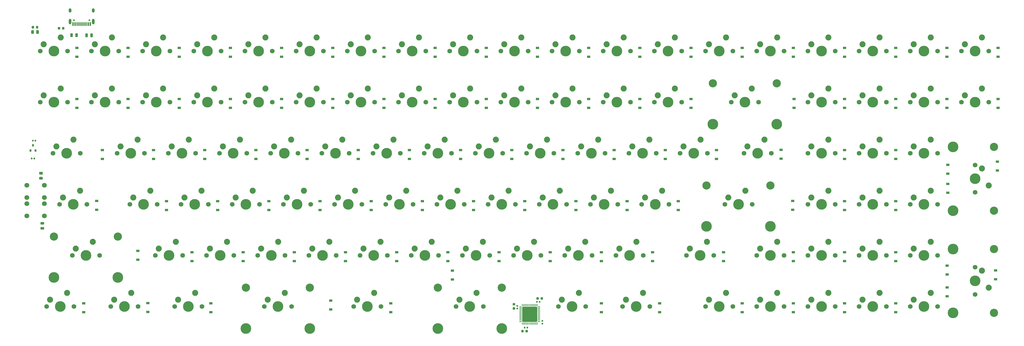
<source format=gbs>
G04 #@! TF.GenerationSoftware,KiCad,Pcbnew,(5.1.6)-1*
G04 #@! TF.CreationDate,2020-08-12T13:21:16-07:00*
G04 #@! TF.ProjectId,v1PCB,76315043-422e-46b6-9963-61645f706362,rev?*
G04 #@! TF.SameCoordinates,Original*
G04 #@! TF.FileFunction,Soldermask,Bot*
G04 #@! TF.FilePolarity,Negative*
%FSLAX46Y46*%
G04 Gerber Fmt 4.6, Leading zero omitted, Abs format (unit mm)*
G04 Created by KiCad (PCBNEW (5.1.6)-1) date 2020-08-12 13:21:16*
%MOMM*%
%LPD*%
G01*
G04 APERTURE LIST*
%ADD10C,2.250000*%
%ADD11C,3.987800*%
%ADD12C,1.750000*%
%ADD13C,3.048000*%
%ADD14R,0.600000X1.450000*%
%ADD15R,0.300000X1.450000*%
%ADD16C,0.650000*%
%ADD17O,1.000000X2.100000*%
%ADD18O,1.000000X1.600000*%
%ADD19C,1.800000*%
%ADD20R,1.200000X0.900000*%
%ADD21R,0.800000X0.900000*%
G04 APERTURE END LIST*
D10*
X281146250Y-206502000D03*
D11*
X278606250Y-211582000D03*
D10*
X274796250Y-209042000D03*
D12*
X273526250Y-211582000D03*
X283686250Y-211582000D03*
D13*
X266700000Y-204597000D03*
X290512500Y-204597000D03*
D11*
X266700000Y-219837000D03*
X290512500Y-219837000D03*
G36*
G01*
X299358800Y-221033050D02*
X299358800Y-220520550D01*
G75*
G02*
X299577550Y-220301800I218750J0D01*
G01*
X300015050Y-220301800D01*
G75*
G02*
X300233800Y-220520550I0J-218750D01*
G01*
X300233800Y-221033050D01*
G75*
G02*
X300015050Y-221251800I-218750J0D01*
G01*
X299577550Y-221251800D01*
G75*
G02*
X299358800Y-221033050I0J218750D01*
G01*
G37*
G36*
G01*
X297783800Y-221033050D02*
X297783800Y-220520550D01*
G75*
G02*
X298002550Y-220301800I218750J0D01*
G01*
X298440050Y-220301800D01*
G75*
G02*
X298658800Y-220520550I0J-218750D01*
G01*
X298658800Y-221033050D01*
G75*
G02*
X298440050Y-221251800I-218750J0D01*
G01*
X298002550Y-221251800D01*
G75*
G02*
X297783800Y-221033050I0J218750D01*
G01*
G37*
G36*
G01*
X303898800Y-209682300D02*
X303898800Y-210027300D01*
G75*
G02*
X303751300Y-210174800I-147500J0D01*
G01*
X303456300Y-210174800D01*
G75*
G02*
X303308800Y-210027300I0J147500D01*
G01*
X303308800Y-209682300D01*
G75*
G02*
X303456300Y-209534800I147500J0D01*
G01*
X303751300Y-209534800D01*
G75*
G02*
X303898800Y-209682300I0J-147500D01*
G01*
G37*
G36*
G01*
X304868800Y-209682300D02*
X304868800Y-210027300D01*
G75*
G02*
X304721300Y-210174800I-147500J0D01*
G01*
X304426300Y-210174800D01*
G75*
G02*
X304278800Y-210027300I0J147500D01*
G01*
X304278800Y-209682300D01*
G75*
G02*
X304426300Y-209534800I147500J0D01*
G01*
X304721300Y-209534800D01*
G75*
G02*
X304868800Y-209682300I0J-147500D01*
G01*
G37*
G36*
G01*
X305785300Y-217284800D02*
X305440300Y-217284800D01*
G75*
G02*
X305292800Y-217137300I0J147500D01*
G01*
X305292800Y-216842300D01*
G75*
G02*
X305440300Y-216694800I147500J0D01*
G01*
X305785300Y-216694800D01*
G75*
G02*
X305932800Y-216842300I0J-147500D01*
G01*
X305932800Y-217137300D01*
G75*
G02*
X305785300Y-217284800I-147500J0D01*
G01*
G37*
G36*
G01*
X305785300Y-218254800D02*
X305440300Y-218254800D01*
G75*
G02*
X305292800Y-218107300I0J147500D01*
G01*
X305292800Y-217812300D01*
G75*
G02*
X305440300Y-217664800I147500J0D01*
G01*
X305785300Y-217664800D01*
G75*
G02*
X305932800Y-217812300I0J-147500D01*
G01*
X305932800Y-218107300D01*
G75*
G02*
X305785300Y-218254800I-147500J0D01*
G01*
G37*
G36*
G01*
X304739000Y-217378000D02*
X303989000Y-217378000D01*
G75*
G02*
X303926500Y-217315500I0J62500D01*
G01*
X303926500Y-217190500D01*
G75*
G02*
X303989000Y-217128000I62500J0D01*
G01*
X304739000Y-217128000D01*
G75*
G02*
X304801500Y-217190500I0J-62500D01*
G01*
X304801500Y-217315500D01*
G75*
G02*
X304739000Y-217378000I-62500J0D01*
G01*
G37*
G36*
G01*
X304739000Y-216878000D02*
X303989000Y-216878000D01*
G75*
G02*
X303926500Y-216815500I0J62500D01*
G01*
X303926500Y-216690500D01*
G75*
G02*
X303989000Y-216628000I62500J0D01*
G01*
X304739000Y-216628000D01*
G75*
G02*
X304801500Y-216690500I0J-62500D01*
G01*
X304801500Y-216815500D01*
G75*
G02*
X304739000Y-216878000I-62500J0D01*
G01*
G37*
G36*
G01*
X304739000Y-216378000D02*
X303989000Y-216378000D01*
G75*
G02*
X303926500Y-216315500I0J62500D01*
G01*
X303926500Y-216190500D01*
G75*
G02*
X303989000Y-216128000I62500J0D01*
G01*
X304739000Y-216128000D01*
G75*
G02*
X304801500Y-216190500I0J-62500D01*
G01*
X304801500Y-216315500D01*
G75*
G02*
X304739000Y-216378000I-62500J0D01*
G01*
G37*
G36*
G01*
X304739000Y-215878000D02*
X303989000Y-215878000D01*
G75*
G02*
X303926500Y-215815500I0J62500D01*
G01*
X303926500Y-215690500D01*
G75*
G02*
X303989000Y-215628000I62500J0D01*
G01*
X304739000Y-215628000D01*
G75*
G02*
X304801500Y-215690500I0J-62500D01*
G01*
X304801500Y-215815500D01*
G75*
G02*
X304739000Y-215878000I-62500J0D01*
G01*
G37*
G36*
G01*
X304739000Y-215378000D02*
X303989000Y-215378000D01*
G75*
G02*
X303926500Y-215315500I0J62500D01*
G01*
X303926500Y-215190500D01*
G75*
G02*
X303989000Y-215128000I62500J0D01*
G01*
X304739000Y-215128000D01*
G75*
G02*
X304801500Y-215190500I0J-62500D01*
G01*
X304801500Y-215315500D01*
G75*
G02*
X304739000Y-215378000I-62500J0D01*
G01*
G37*
G36*
G01*
X304739000Y-214878000D02*
X303989000Y-214878000D01*
G75*
G02*
X303926500Y-214815500I0J62500D01*
G01*
X303926500Y-214690500D01*
G75*
G02*
X303989000Y-214628000I62500J0D01*
G01*
X304739000Y-214628000D01*
G75*
G02*
X304801500Y-214690500I0J-62500D01*
G01*
X304801500Y-214815500D01*
G75*
G02*
X304739000Y-214878000I-62500J0D01*
G01*
G37*
G36*
G01*
X304739000Y-214378000D02*
X303989000Y-214378000D01*
G75*
G02*
X303926500Y-214315500I0J62500D01*
G01*
X303926500Y-214190500D01*
G75*
G02*
X303989000Y-214128000I62500J0D01*
G01*
X304739000Y-214128000D01*
G75*
G02*
X304801500Y-214190500I0J-62500D01*
G01*
X304801500Y-214315500D01*
G75*
G02*
X304739000Y-214378000I-62500J0D01*
G01*
G37*
G36*
G01*
X304739000Y-213878000D02*
X303989000Y-213878000D01*
G75*
G02*
X303926500Y-213815500I0J62500D01*
G01*
X303926500Y-213690500D01*
G75*
G02*
X303989000Y-213628000I62500J0D01*
G01*
X304739000Y-213628000D01*
G75*
G02*
X304801500Y-213690500I0J-62500D01*
G01*
X304801500Y-213815500D01*
G75*
G02*
X304739000Y-213878000I-62500J0D01*
G01*
G37*
G36*
G01*
X304739000Y-213378000D02*
X303989000Y-213378000D01*
G75*
G02*
X303926500Y-213315500I0J62500D01*
G01*
X303926500Y-213190500D01*
G75*
G02*
X303989000Y-213128000I62500J0D01*
G01*
X304739000Y-213128000D01*
G75*
G02*
X304801500Y-213190500I0J-62500D01*
G01*
X304801500Y-213315500D01*
G75*
G02*
X304739000Y-213378000I-62500J0D01*
G01*
G37*
G36*
G01*
X304739000Y-212878000D02*
X303989000Y-212878000D01*
G75*
G02*
X303926500Y-212815500I0J62500D01*
G01*
X303926500Y-212690500D01*
G75*
G02*
X303989000Y-212628000I62500J0D01*
G01*
X304739000Y-212628000D01*
G75*
G02*
X304801500Y-212690500I0J-62500D01*
G01*
X304801500Y-212815500D01*
G75*
G02*
X304739000Y-212878000I-62500J0D01*
G01*
G37*
G36*
G01*
X304739000Y-212378000D02*
X303989000Y-212378000D01*
G75*
G02*
X303926500Y-212315500I0J62500D01*
G01*
X303926500Y-212190500D01*
G75*
G02*
X303989000Y-212128000I62500J0D01*
G01*
X304739000Y-212128000D01*
G75*
G02*
X304801500Y-212190500I0J-62500D01*
G01*
X304801500Y-212315500D01*
G75*
G02*
X304739000Y-212378000I-62500J0D01*
G01*
G37*
G36*
G01*
X304739000Y-211878000D02*
X303989000Y-211878000D01*
G75*
G02*
X303926500Y-211815500I0J62500D01*
G01*
X303926500Y-211690500D01*
G75*
G02*
X303989000Y-211628000I62500J0D01*
G01*
X304739000Y-211628000D01*
G75*
G02*
X304801500Y-211690500I0J-62500D01*
G01*
X304801500Y-211815500D01*
G75*
G02*
X304739000Y-211878000I-62500J0D01*
G01*
G37*
G36*
G01*
X303739000Y-211503000D02*
X303614000Y-211503000D01*
G75*
G02*
X303551500Y-211440500I0J62500D01*
G01*
X303551500Y-210690500D01*
G75*
G02*
X303614000Y-210628000I62500J0D01*
G01*
X303739000Y-210628000D01*
G75*
G02*
X303801500Y-210690500I0J-62500D01*
G01*
X303801500Y-211440500D01*
G75*
G02*
X303739000Y-211503000I-62500J0D01*
G01*
G37*
G36*
G01*
X303239000Y-211503000D02*
X303114000Y-211503000D01*
G75*
G02*
X303051500Y-211440500I0J62500D01*
G01*
X303051500Y-210690500D01*
G75*
G02*
X303114000Y-210628000I62500J0D01*
G01*
X303239000Y-210628000D01*
G75*
G02*
X303301500Y-210690500I0J-62500D01*
G01*
X303301500Y-211440500D01*
G75*
G02*
X303239000Y-211503000I-62500J0D01*
G01*
G37*
G36*
G01*
X302739000Y-211503000D02*
X302614000Y-211503000D01*
G75*
G02*
X302551500Y-211440500I0J62500D01*
G01*
X302551500Y-210690500D01*
G75*
G02*
X302614000Y-210628000I62500J0D01*
G01*
X302739000Y-210628000D01*
G75*
G02*
X302801500Y-210690500I0J-62500D01*
G01*
X302801500Y-211440500D01*
G75*
G02*
X302739000Y-211503000I-62500J0D01*
G01*
G37*
G36*
G01*
X302239000Y-211503000D02*
X302114000Y-211503000D01*
G75*
G02*
X302051500Y-211440500I0J62500D01*
G01*
X302051500Y-210690500D01*
G75*
G02*
X302114000Y-210628000I62500J0D01*
G01*
X302239000Y-210628000D01*
G75*
G02*
X302301500Y-210690500I0J-62500D01*
G01*
X302301500Y-211440500D01*
G75*
G02*
X302239000Y-211503000I-62500J0D01*
G01*
G37*
G36*
G01*
X301739000Y-211503000D02*
X301614000Y-211503000D01*
G75*
G02*
X301551500Y-211440500I0J62500D01*
G01*
X301551500Y-210690500D01*
G75*
G02*
X301614000Y-210628000I62500J0D01*
G01*
X301739000Y-210628000D01*
G75*
G02*
X301801500Y-210690500I0J-62500D01*
G01*
X301801500Y-211440500D01*
G75*
G02*
X301739000Y-211503000I-62500J0D01*
G01*
G37*
G36*
G01*
X301239000Y-211503000D02*
X301114000Y-211503000D01*
G75*
G02*
X301051500Y-211440500I0J62500D01*
G01*
X301051500Y-210690500D01*
G75*
G02*
X301114000Y-210628000I62500J0D01*
G01*
X301239000Y-210628000D01*
G75*
G02*
X301301500Y-210690500I0J-62500D01*
G01*
X301301500Y-211440500D01*
G75*
G02*
X301239000Y-211503000I-62500J0D01*
G01*
G37*
G36*
G01*
X300739000Y-211503000D02*
X300614000Y-211503000D01*
G75*
G02*
X300551500Y-211440500I0J62500D01*
G01*
X300551500Y-210690500D01*
G75*
G02*
X300614000Y-210628000I62500J0D01*
G01*
X300739000Y-210628000D01*
G75*
G02*
X300801500Y-210690500I0J-62500D01*
G01*
X300801500Y-211440500D01*
G75*
G02*
X300739000Y-211503000I-62500J0D01*
G01*
G37*
G36*
G01*
X300239000Y-211503000D02*
X300114000Y-211503000D01*
G75*
G02*
X300051500Y-211440500I0J62500D01*
G01*
X300051500Y-210690500D01*
G75*
G02*
X300114000Y-210628000I62500J0D01*
G01*
X300239000Y-210628000D01*
G75*
G02*
X300301500Y-210690500I0J-62500D01*
G01*
X300301500Y-211440500D01*
G75*
G02*
X300239000Y-211503000I-62500J0D01*
G01*
G37*
G36*
G01*
X299739000Y-211503000D02*
X299614000Y-211503000D01*
G75*
G02*
X299551500Y-211440500I0J62500D01*
G01*
X299551500Y-210690500D01*
G75*
G02*
X299614000Y-210628000I62500J0D01*
G01*
X299739000Y-210628000D01*
G75*
G02*
X299801500Y-210690500I0J-62500D01*
G01*
X299801500Y-211440500D01*
G75*
G02*
X299739000Y-211503000I-62500J0D01*
G01*
G37*
G36*
G01*
X299239000Y-211503000D02*
X299114000Y-211503000D01*
G75*
G02*
X299051500Y-211440500I0J62500D01*
G01*
X299051500Y-210690500D01*
G75*
G02*
X299114000Y-210628000I62500J0D01*
G01*
X299239000Y-210628000D01*
G75*
G02*
X299301500Y-210690500I0J-62500D01*
G01*
X299301500Y-211440500D01*
G75*
G02*
X299239000Y-211503000I-62500J0D01*
G01*
G37*
G36*
G01*
X298739000Y-211503000D02*
X298614000Y-211503000D01*
G75*
G02*
X298551500Y-211440500I0J62500D01*
G01*
X298551500Y-210690500D01*
G75*
G02*
X298614000Y-210628000I62500J0D01*
G01*
X298739000Y-210628000D01*
G75*
G02*
X298801500Y-210690500I0J-62500D01*
G01*
X298801500Y-211440500D01*
G75*
G02*
X298739000Y-211503000I-62500J0D01*
G01*
G37*
G36*
G01*
X298239000Y-211503000D02*
X298114000Y-211503000D01*
G75*
G02*
X298051500Y-211440500I0J62500D01*
G01*
X298051500Y-210690500D01*
G75*
G02*
X298114000Y-210628000I62500J0D01*
G01*
X298239000Y-210628000D01*
G75*
G02*
X298301500Y-210690500I0J-62500D01*
G01*
X298301500Y-211440500D01*
G75*
G02*
X298239000Y-211503000I-62500J0D01*
G01*
G37*
G36*
G01*
X297864000Y-211878000D02*
X297114000Y-211878000D01*
G75*
G02*
X297051500Y-211815500I0J62500D01*
G01*
X297051500Y-211690500D01*
G75*
G02*
X297114000Y-211628000I62500J0D01*
G01*
X297864000Y-211628000D01*
G75*
G02*
X297926500Y-211690500I0J-62500D01*
G01*
X297926500Y-211815500D01*
G75*
G02*
X297864000Y-211878000I-62500J0D01*
G01*
G37*
G36*
G01*
X297864000Y-212378000D02*
X297114000Y-212378000D01*
G75*
G02*
X297051500Y-212315500I0J62500D01*
G01*
X297051500Y-212190500D01*
G75*
G02*
X297114000Y-212128000I62500J0D01*
G01*
X297864000Y-212128000D01*
G75*
G02*
X297926500Y-212190500I0J-62500D01*
G01*
X297926500Y-212315500D01*
G75*
G02*
X297864000Y-212378000I-62500J0D01*
G01*
G37*
G36*
G01*
X297864000Y-212878000D02*
X297114000Y-212878000D01*
G75*
G02*
X297051500Y-212815500I0J62500D01*
G01*
X297051500Y-212690500D01*
G75*
G02*
X297114000Y-212628000I62500J0D01*
G01*
X297864000Y-212628000D01*
G75*
G02*
X297926500Y-212690500I0J-62500D01*
G01*
X297926500Y-212815500D01*
G75*
G02*
X297864000Y-212878000I-62500J0D01*
G01*
G37*
G36*
G01*
X297864000Y-213378000D02*
X297114000Y-213378000D01*
G75*
G02*
X297051500Y-213315500I0J62500D01*
G01*
X297051500Y-213190500D01*
G75*
G02*
X297114000Y-213128000I62500J0D01*
G01*
X297864000Y-213128000D01*
G75*
G02*
X297926500Y-213190500I0J-62500D01*
G01*
X297926500Y-213315500D01*
G75*
G02*
X297864000Y-213378000I-62500J0D01*
G01*
G37*
G36*
G01*
X297864000Y-213878000D02*
X297114000Y-213878000D01*
G75*
G02*
X297051500Y-213815500I0J62500D01*
G01*
X297051500Y-213690500D01*
G75*
G02*
X297114000Y-213628000I62500J0D01*
G01*
X297864000Y-213628000D01*
G75*
G02*
X297926500Y-213690500I0J-62500D01*
G01*
X297926500Y-213815500D01*
G75*
G02*
X297864000Y-213878000I-62500J0D01*
G01*
G37*
G36*
G01*
X297864000Y-214378000D02*
X297114000Y-214378000D01*
G75*
G02*
X297051500Y-214315500I0J62500D01*
G01*
X297051500Y-214190500D01*
G75*
G02*
X297114000Y-214128000I62500J0D01*
G01*
X297864000Y-214128000D01*
G75*
G02*
X297926500Y-214190500I0J-62500D01*
G01*
X297926500Y-214315500D01*
G75*
G02*
X297864000Y-214378000I-62500J0D01*
G01*
G37*
G36*
G01*
X297864000Y-214878000D02*
X297114000Y-214878000D01*
G75*
G02*
X297051500Y-214815500I0J62500D01*
G01*
X297051500Y-214690500D01*
G75*
G02*
X297114000Y-214628000I62500J0D01*
G01*
X297864000Y-214628000D01*
G75*
G02*
X297926500Y-214690500I0J-62500D01*
G01*
X297926500Y-214815500D01*
G75*
G02*
X297864000Y-214878000I-62500J0D01*
G01*
G37*
G36*
G01*
X297864000Y-215378000D02*
X297114000Y-215378000D01*
G75*
G02*
X297051500Y-215315500I0J62500D01*
G01*
X297051500Y-215190500D01*
G75*
G02*
X297114000Y-215128000I62500J0D01*
G01*
X297864000Y-215128000D01*
G75*
G02*
X297926500Y-215190500I0J-62500D01*
G01*
X297926500Y-215315500D01*
G75*
G02*
X297864000Y-215378000I-62500J0D01*
G01*
G37*
G36*
G01*
X297864000Y-215878000D02*
X297114000Y-215878000D01*
G75*
G02*
X297051500Y-215815500I0J62500D01*
G01*
X297051500Y-215690500D01*
G75*
G02*
X297114000Y-215628000I62500J0D01*
G01*
X297864000Y-215628000D01*
G75*
G02*
X297926500Y-215690500I0J-62500D01*
G01*
X297926500Y-215815500D01*
G75*
G02*
X297864000Y-215878000I-62500J0D01*
G01*
G37*
G36*
G01*
X297864000Y-216378000D02*
X297114000Y-216378000D01*
G75*
G02*
X297051500Y-216315500I0J62500D01*
G01*
X297051500Y-216190500D01*
G75*
G02*
X297114000Y-216128000I62500J0D01*
G01*
X297864000Y-216128000D01*
G75*
G02*
X297926500Y-216190500I0J-62500D01*
G01*
X297926500Y-216315500D01*
G75*
G02*
X297864000Y-216378000I-62500J0D01*
G01*
G37*
G36*
G01*
X297864000Y-216878000D02*
X297114000Y-216878000D01*
G75*
G02*
X297051500Y-216815500I0J62500D01*
G01*
X297051500Y-216690500D01*
G75*
G02*
X297114000Y-216628000I62500J0D01*
G01*
X297864000Y-216628000D01*
G75*
G02*
X297926500Y-216690500I0J-62500D01*
G01*
X297926500Y-216815500D01*
G75*
G02*
X297864000Y-216878000I-62500J0D01*
G01*
G37*
G36*
G01*
X297864000Y-217378000D02*
X297114000Y-217378000D01*
G75*
G02*
X297051500Y-217315500I0J62500D01*
G01*
X297051500Y-217190500D01*
G75*
G02*
X297114000Y-217128000I62500J0D01*
G01*
X297864000Y-217128000D01*
G75*
G02*
X297926500Y-217190500I0J-62500D01*
G01*
X297926500Y-217315500D01*
G75*
G02*
X297864000Y-217378000I-62500J0D01*
G01*
G37*
G36*
G01*
X298239000Y-218378000D02*
X298114000Y-218378000D01*
G75*
G02*
X298051500Y-218315500I0J62500D01*
G01*
X298051500Y-217565500D01*
G75*
G02*
X298114000Y-217503000I62500J0D01*
G01*
X298239000Y-217503000D01*
G75*
G02*
X298301500Y-217565500I0J-62500D01*
G01*
X298301500Y-218315500D01*
G75*
G02*
X298239000Y-218378000I-62500J0D01*
G01*
G37*
G36*
G01*
X298739000Y-218378000D02*
X298614000Y-218378000D01*
G75*
G02*
X298551500Y-218315500I0J62500D01*
G01*
X298551500Y-217565500D01*
G75*
G02*
X298614000Y-217503000I62500J0D01*
G01*
X298739000Y-217503000D01*
G75*
G02*
X298801500Y-217565500I0J-62500D01*
G01*
X298801500Y-218315500D01*
G75*
G02*
X298739000Y-218378000I-62500J0D01*
G01*
G37*
G36*
G01*
X299239000Y-218378000D02*
X299114000Y-218378000D01*
G75*
G02*
X299051500Y-218315500I0J62500D01*
G01*
X299051500Y-217565500D01*
G75*
G02*
X299114000Y-217503000I62500J0D01*
G01*
X299239000Y-217503000D01*
G75*
G02*
X299301500Y-217565500I0J-62500D01*
G01*
X299301500Y-218315500D01*
G75*
G02*
X299239000Y-218378000I-62500J0D01*
G01*
G37*
G36*
G01*
X299739000Y-218378000D02*
X299614000Y-218378000D01*
G75*
G02*
X299551500Y-218315500I0J62500D01*
G01*
X299551500Y-217565500D01*
G75*
G02*
X299614000Y-217503000I62500J0D01*
G01*
X299739000Y-217503000D01*
G75*
G02*
X299801500Y-217565500I0J-62500D01*
G01*
X299801500Y-218315500D01*
G75*
G02*
X299739000Y-218378000I-62500J0D01*
G01*
G37*
G36*
G01*
X300239000Y-218378000D02*
X300114000Y-218378000D01*
G75*
G02*
X300051500Y-218315500I0J62500D01*
G01*
X300051500Y-217565500D01*
G75*
G02*
X300114000Y-217503000I62500J0D01*
G01*
X300239000Y-217503000D01*
G75*
G02*
X300301500Y-217565500I0J-62500D01*
G01*
X300301500Y-218315500D01*
G75*
G02*
X300239000Y-218378000I-62500J0D01*
G01*
G37*
G36*
G01*
X300739000Y-218378000D02*
X300614000Y-218378000D01*
G75*
G02*
X300551500Y-218315500I0J62500D01*
G01*
X300551500Y-217565500D01*
G75*
G02*
X300614000Y-217503000I62500J0D01*
G01*
X300739000Y-217503000D01*
G75*
G02*
X300801500Y-217565500I0J-62500D01*
G01*
X300801500Y-218315500D01*
G75*
G02*
X300739000Y-218378000I-62500J0D01*
G01*
G37*
G36*
G01*
X301239000Y-218378000D02*
X301114000Y-218378000D01*
G75*
G02*
X301051500Y-218315500I0J62500D01*
G01*
X301051500Y-217565500D01*
G75*
G02*
X301114000Y-217503000I62500J0D01*
G01*
X301239000Y-217503000D01*
G75*
G02*
X301301500Y-217565500I0J-62500D01*
G01*
X301301500Y-218315500D01*
G75*
G02*
X301239000Y-218378000I-62500J0D01*
G01*
G37*
G36*
G01*
X301739000Y-218378000D02*
X301614000Y-218378000D01*
G75*
G02*
X301551500Y-218315500I0J62500D01*
G01*
X301551500Y-217565500D01*
G75*
G02*
X301614000Y-217503000I62500J0D01*
G01*
X301739000Y-217503000D01*
G75*
G02*
X301801500Y-217565500I0J-62500D01*
G01*
X301801500Y-218315500D01*
G75*
G02*
X301739000Y-218378000I-62500J0D01*
G01*
G37*
G36*
G01*
X302239000Y-218378000D02*
X302114000Y-218378000D01*
G75*
G02*
X302051500Y-218315500I0J62500D01*
G01*
X302051500Y-217565500D01*
G75*
G02*
X302114000Y-217503000I62500J0D01*
G01*
X302239000Y-217503000D01*
G75*
G02*
X302301500Y-217565500I0J-62500D01*
G01*
X302301500Y-218315500D01*
G75*
G02*
X302239000Y-218378000I-62500J0D01*
G01*
G37*
G36*
G01*
X302739000Y-218378000D02*
X302614000Y-218378000D01*
G75*
G02*
X302551500Y-218315500I0J62500D01*
G01*
X302551500Y-217565500D01*
G75*
G02*
X302614000Y-217503000I62500J0D01*
G01*
X302739000Y-217503000D01*
G75*
G02*
X302801500Y-217565500I0J-62500D01*
G01*
X302801500Y-218315500D01*
G75*
G02*
X302739000Y-218378000I-62500J0D01*
G01*
G37*
G36*
G01*
X303239000Y-218378000D02*
X303114000Y-218378000D01*
G75*
G02*
X303051500Y-218315500I0J62500D01*
G01*
X303051500Y-217565500D01*
G75*
G02*
X303114000Y-217503000I62500J0D01*
G01*
X303239000Y-217503000D01*
G75*
G02*
X303301500Y-217565500I0J-62500D01*
G01*
X303301500Y-218315500D01*
G75*
G02*
X303239000Y-218378000I-62500J0D01*
G01*
G37*
G36*
G01*
X303739000Y-218378000D02*
X303614000Y-218378000D01*
G75*
G02*
X303551500Y-218315500I0J62500D01*
G01*
X303551500Y-217565500D01*
G75*
G02*
X303614000Y-217503000I62500J0D01*
G01*
X303739000Y-217503000D01*
G75*
G02*
X303801500Y-217565500I0J-62500D01*
G01*
X303801500Y-218315500D01*
G75*
G02*
X303739000Y-218378000I-62500J0D01*
G01*
G37*
G36*
G01*
X303476500Y-217303000D02*
X298376500Y-217303000D01*
G75*
G02*
X298126500Y-217053000I0J250000D01*
G01*
X298126500Y-211953000D01*
G75*
G02*
X298376500Y-211703000I250000J0D01*
G01*
X303476500Y-211703000D01*
G75*
G02*
X303726500Y-211953000I0J-250000D01*
G01*
X303726500Y-217053000D01*
G75*
G02*
X303476500Y-217303000I-250000J0D01*
G01*
G37*
G36*
G01*
X294790150Y-211881200D02*
X295302650Y-211881200D01*
G75*
G02*
X295521400Y-212099950I0J-218750D01*
G01*
X295521400Y-212537450D01*
G75*
G02*
X295302650Y-212756200I-218750J0D01*
G01*
X294790150Y-212756200D01*
G75*
G02*
X294571400Y-212537450I0J218750D01*
G01*
X294571400Y-212099950D01*
G75*
G02*
X294790150Y-211881200I218750J0D01*
G01*
G37*
G36*
G01*
X294790150Y-210306200D02*
X295302650Y-210306200D01*
G75*
G02*
X295521400Y-210524950I0J-218750D01*
G01*
X295521400Y-210962450D01*
G75*
G02*
X295302650Y-211181200I-218750J0D01*
G01*
X294790150Y-211181200D01*
G75*
G02*
X294571400Y-210962450I0J218750D01*
G01*
X294571400Y-210524950D01*
G75*
G02*
X294790150Y-210306200I218750J0D01*
G01*
G37*
D10*
X126365000Y-111252000D03*
D11*
X123825000Y-116332000D03*
D10*
X120015000Y-113792000D03*
D12*
X118745000Y-116332000D03*
X128905000Y-116332000D03*
D14*
X137368750Y-106247000D03*
X130918750Y-106247000D03*
X136593750Y-106247000D03*
X131693750Y-106247000D03*
D15*
X132393750Y-106247000D03*
X135893750Y-106247000D03*
X132893750Y-106247000D03*
X135393750Y-106247000D03*
X133393750Y-106247000D03*
X134893750Y-106247000D03*
X134393750Y-106247000D03*
X133893750Y-106247000D03*
D16*
X137033750Y-104802000D03*
X131253750Y-104802000D03*
D17*
X129823750Y-105332000D03*
X138463750Y-105332000D03*
D18*
X129823750Y-101152000D03*
X138463750Y-101152000D03*
G36*
G01*
X126142000Y-107566750D02*
X126142000Y-108079250D01*
G75*
G02*
X125923250Y-108298000I-218750J0D01*
G01*
X125485750Y-108298000D01*
G75*
G02*
X125267000Y-108079250I0J218750D01*
G01*
X125267000Y-107566750D01*
G75*
G02*
X125485750Y-107348000I218750J0D01*
G01*
X125923250Y-107348000D01*
G75*
G02*
X126142000Y-107566750I0J-218750D01*
G01*
G37*
G36*
G01*
X127717000Y-107566750D02*
X127717000Y-108079250D01*
G75*
G02*
X127498250Y-108298000I-218750J0D01*
G01*
X127060750Y-108298000D01*
G75*
G02*
X126842000Y-108079250I0J218750D01*
G01*
X126842000Y-107566750D01*
G75*
G02*
X127060750Y-107348000I218750J0D01*
G01*
X127498250Y-107348000D01*
G75*
G02*
X127717000Y-107566750I0J-218750D01*
G01*
G37*
D10*
X138271250Y-187452000D03*
D11*
X135731250Y-192532000D03*
D10*
X131921250Y-189992000D03*
D12*
X130651250Y-192532000D03*
X140811250Y-192532000D03*
D13*
X123825000Y-185547000D03*
X147637500Y-185547000D03*
D11*
X123825000Y-200787000D03*
X147637500Y-200787000D03*
D10*
X450215000Y-206502000D03*
D11*
X447675000Y-211582000D03*
D10*
X443865000Y-209042000D03*
D12*
X442595000Y-211582000D03*
X452755000Y-211582000D03*
D10*
X450215000Y-187452000D03*
D11*
X447675000Y-192532000D03*
D10*
X443865000Y-189992000D03*
D12*
X442595000Y-192532000D03*
X452755000Y-192532000D03*
D19*
X113717000Y-177764000D03*
X120217000Y-173264000D03*
X113717000Y-173264000D03*
X120217000Y-177764000D03*
G36*
G01*
X119050750Y-180058000D02*
X119963250Y-180058000D01*
G75*
G02*
X120207000Y-180301750I0J-243750D01*
G01*
X120207000Y-180789250D01*
G75*
G02*
X119963250Y-181033000I-243750J0D01*
G01*
X119050750Y-181033000D01*
G75*
G02*
X118807000Y-180789250I0J243750D01*
G01*
X118807000Y-180301750D01*
G75*
G02*
X119050750Y-180058000I243750J0D01*
G01*
G37*
G36*
G01*
X119050750Y-181933000D02*
X119963250Y-181933000D01*
G75*
G02*
X120207000Y-182176750I0J-243750D01*
G01*
X120207000Y-182664250D01*
G75*
G02*
X119963250Y-182908000I-243750J0D01*
G01*
X119050750Y-182908000D01*
G75*
G02*
X118807000Y-182664250I0J243750D01*
G01*
X118807000Y-182176750D01*
G75*
G02*
X119050750Y-181933000I243750J0D01*
G01*
G37*
D20*
X272161000Y-201548000D03*
X272161000Y-198248000D03*
D10*
X319246250Y-206502000D03*
D11*
X316706250Y-211582000D03*
D10*
X312896250Y-209042000D03*
D12*
X311626250Y-211582000D03*
X321786250Y-211582000D03*
G36*
G01*
X296093100Y-212026000D02*
X296438100Y-212026000D01*
G75*
G02*
X296585600Y-212173500I0J-147500D01*
G01*
X296585600Y-212468500D01*
G75*
G02*
X296438100Y-212616000I-147500J0D01*
G01*
X296093100Y-212616000D01*
G75*
G02*
X295945600Y-212468500I0J147500D01*
G01*
X295945600Y-212173500D01*
G75*
G02*
X296093100Y-212026000I147500J0D01*
G01*
G37*
G36*
G01*
X296093100Y-211056000D02*
X296438100Y-211056000D01*
G75*
G02*
X296585600Y-211203500I0J-147500D01*
G01*
X296585600Y-211498500D01*
G75*
G02*
X296438100Y-211646000I-147500J0D01*
G01*
X296093100Y-211646000D01*
G75*
G02*
X295945600Y-211498500I0J147500D01*
G01*
X295945600Y-211203500D01*
G75*
G02*
X296093100Y-211056000I147500J0D01*
G01*
G37*
D10*
X145415000Y-111252000D03*
D11*
X142875000Y-116332000D03*
D10*
X139065000Y-113792000D03*
D12*
X137795000Y-116332000D03*
X147955000Y-116332000D03*
D10*
X471805000Y-204597000D03*
D11*
X466725000Y-202057000D03*
D10*
X469265000Y-198247000D03*
D12*
X466725000Y-196977000D03*
X466725000Y-207137000D03*
D13*
X473710000Y-190150750D03*
X473710000Y-213963250D03*
D11*
X458470000Y-190150750D03*
X458470000Y-213963250D03*
D10*
X471805000Y-166497000D03*
D11*
X466725000Y-163957000D03*
D10*
X469265000Y-160147000D03*
D12*
X466725000Y-158877000D03*
X466725000Y-169037000D03*
D13*
X473710000Y-152050750D03*
X473710000Y-175863250D03*
D11*
X458470000Y-152050750D03*
X458470000Y-175863250D03*
D10*
X209708750Y-206502000D03*
D11*
X207168750Y-211582000D03*
D10*
X203358750Y-209042000D03*
D12*
X202088750Y-211582000D03*
X212248750Y-211582000D03*
D13*
X195262500Y-204597000D03*
X219075000Y-204597000D03*
D11*
X195262500Y-219837000D03*
X219075000Y-219837000D03*
D10*
X366871250Y-187452000D03*
D11*
X364331250Y-192532000D03*
D10*
X360521250Y-189992000D03*
D12*
X359251250Y-192532000D03*
X369411250Y-192532000D03*
D10*
X381158750Y-168402000D03*
D11*
X378618750Y-173482000D03*
D10*
X374808750Y-170942000D03*
D12*
X373538750Y-173482000D03*
X383698750Y-173482000D03*
D13*
X366712500Y-166497000D03*
X390525000Y-166497000D03*
D11*
X366712500Y-181737000D03*
X390525000Y-181737000D03*
D10*
X383540000Y-130302000D03*
D11*
X381000000Y-135382000D03*
D10*
X377190000Y-132842000D03*
D12*
X375920000Y-135382000D03*
X386080000Y-135382000D03*
D13*
X369093750Y-128397000D03*
X392906250Y-128397000D03*
D11*
X369093750Y-143637000D03*
X392906250Y-143637000D03*
D10*
X321627500Y-187452000D03*
D11*
X319087500Y-192532000D03*
D10*
X315277500Y-189992000D03*
D12*
X314007500Y-192532000D03*
X324167500Y-192532000D03*
D10*
X302577500Y-187452000D03*
D11*
X300037500Y-192532000D03*
D10*
X296227500Y-189992000D03*
D12*
X294957500Y-192532000D03*
X305117500Y-192532000D03*
D10*
X169227500Y-187452000D03*
D11*
X166687500Y-192532000D03*
D10*
X162877500Y-189992000D03*
D12*
X161607500Y-192532000D03*
X171767500Y-192532000D03*
G36*
G01*
X116204500Y-156573000D02*
X116204500Y-156228000D01*
G75*
G02*
X116352000Y-156080500I147500J0D01*
G01*
X116647000Y-156080500D01*
G75*
G02*
X116794500Y-156228000I0J-147500D01*
G01*
X116794500Y-156573000D01*
G75*
G02*
X116647000Y-156720500I-147500J0D01*
G01*
X116352000Y-156720500D01*
G75*
G02*
X116204500Y-156573000I0J147500D01*
G01*
G37*
G36*
G01*
X115234500Y-156573000D02*
X115234500Y-156228000D01*
G75*
G02*
X115382000Y-156080500I147500J0D01*
G01*
X115677000Y-156080500D01*
G75*
G02*
X115824500Y-156228000I0J-147500D01*
G01*
X115824500Y-156573000D01*
G75*
G02*
X115677000Y-156720500I-147500J0D01*
G01*
X115382000Y-156720500D01*
G75*
G02*
X115234500Y-156573000I0J147500D01*
G01*
G37*
D10*
X240665000Y-111252000D03*
D11*
X238125000Y-116332000D03*
D10*
X234315000Y-113792000D03*
D12*
X233045000Y-116332000D03*
X243205000Y-116332000D03*
D10*
X183515000Y-111252000D03*
D11*
X180975000Y-116332000D03*
D10*
X177165000Y-113792000D03*
D12*
X175895000Y-116332000D03*
X186055000Y-116332000D03*
D10*
X393065000Y-187452000D03*
D11*
X390525000Y-192532000D03*
D10*
X386715000Y-189992000D03*
D12*
X385445000Y-192532000D03*
X395605000Y-192532000D03*
D10*
X173990000Y-149352000D03*
D11*
X171450000Y-154432000D03*
D10*
X167640000Y-151892000D03*
D12*
X166370000Y-154432000D03*
X176530000Y-154432000D03*
D10*
X412115000Y-149352000D03*
D11*
X409575000Y-154432000D03*
D10*
X405765000Y-151892000D03*
D12*
X404495000Y-154432000D03*
X414655000Y-154432000D03*
D20*
X132350000Y-115182000D03*
X132350000Y-118482000D03*
G36*
G01*
X136450000Y-109993750D02*
X136450000Y-110906250D01*
G75*
G02*
X136206250Y-111150000I-243750J0D01*
G01*
X135718750Y-111150000D01*
G75*
G02*
X135475000Y-110906250I0J243750D01*
G01*
X135475000Y-109993750D01*
G75*
G02*
X135718750Y-109750000I243750J0D01*
G01*
X136206250Y-109750000D01*
G75*
G02*
X136450000Y-109993750I0J-243750D01*
G01*
G37*
G36*
G01*
X138325000Y-109993750D02*
X138325000Y-110906250D01*
G75*
G02*
X138081250Y-111150000I-243750J0D01*
G01*
X137593750Y-111150000D01*
G75*
G02*
X137350000Y-110906250I0J243750D01*
G01*
X137350000Y-109993750D01*
G75*
G02*
X137593750Y-109750000I243750J0D01*
G01*
X138081250Y-109750000D01*
G75*
G02*
X138325000Y-109993750I0J-243750D01*
G01*
G37*
G36*
G01*
X131750000Y-110856250D02*
X131750000Y-109943750D01*
G75*
G02*
X131993750Y-109700000I243750J0D01*
G01*
X132481250Y-109700000D01*
G75*
G02*
X132725000Y-109943750I0J-243750D01*
G01*
X132725000Y-110856250D01*
G75*
G02*
X132481250Y-111100000I-243750J0D01*
G01*
X131993750Y-111100000D01*
G75*
G02*
X131750000Y-110856250I0J243750D01*
G01*
G37*
G36*
G01*
X129875000Y-110856250D02*
X129875000Y-109943750D01*
G75*
G02*
X130118750Y-109700000I243750J0D01*
G01*
X130606250Y-109700000D01*
G75*
G02*
X130850000Y-109943750I0J-243750D01*
G01*
X130850000Y-110856250D01*
G75*
G02*
X130606250Y-111100000I-243750J0D01*
G01*
X130118750Y-111100000D01*
G75*
G02*
X129875000Y-110856250I0J243750D01*
G01*
G37*
G36*
G01*
X117226500Y-109676250D02*
X117226500Y-108763750D01*
G75*
G02*
X117470250Y-108520000I243750J0D01*
G01*
X117957750Y-108520000D01*
G75*
G02*
X118201500Y-108763750I0J-243750D01*
G01*
X118201500Y-109676250D01*
G75*
G02*
X117957750Y-109920000I-243750J0D01*
G01*
X117470250Y-109920000D01*
G75*
G02*
X117226500Y-109676250I0J243750D01*
G01*
G37*
G36*
G01*
X115351500Y-109676250D02*
X115351500Y-108763750D01*
G75*
G02*
X115595250Y-108520000I243750J0D01*
G01*
X116082750Y-108520000D01*
G75*
G02*
X116326500Y-108763750I0J-243750D01*
G01*
X116326500Y-109676250D01*
G75*
G02*
X116082750Y-109920000I-243750J0D01*
G01*
X115595250Y-109920000D01*
G75*
G02*
X115351500Y-109676250I0J243750D01*
G01*
G37*
G36*
G01*
X117126500Y-107698250D02*
X117126500Y-107185750D01*
G75*
G02*
X117345250Y-106967000I218750J0D01*
G01*
X117782750Y-106967000D01*
G75*
G02*
X118001500Y-107185750I0J-218750D01*
G01*
X118001500Y-107698250D01*
G75*
G02*
X117782750Y-107917000I-218750J0D01*
G01*
X117345250Y-107917000D01*
G75*
G02*
X117126500Y-107698250I0J218750D01*
G01*
G37*
G36*
G01*
X115551500Y-107698250D02*
X115551500Y-107185750D01*
G75*
G02*
X115770250Y-106967000I218750J0D01*
G01*
X116207750Y-106967000D01*
G75*
G02*
X116426500Y-107185750I0J-218750D01*
G01*
X116426500Y-107698250D01*
G75*
G02*
X116207750Y-107917000I-218750J0D01*
G01*
X115770250Y-107917000D01*
G75*
G02*
X115551500Y-107698250I0J218750D01*
G01*
G37*
D10*
X431165000Y-206502000D03*
D11*
X428625000Y-211582000D03*
D10*
X424815000Y-209042000D03*
D12*
X423545000Y-211582000D03*
X433705000Y-211582000D03*
D10*
X412115000Y-206502000D03*
D11*
X409575000Y-211582000D03*
D10*
X405765000Y-209042000D03*
D12*
X404495000Y-211582000D03*
X414655000Y-211582000D03*
D10*
X393065000Y-206502000D03*
D11*
X390525000Y-211582000D03*
D10*
X386715000Y-209042000D03*
D12*
X385445000Y-211582000D03*
X395605000Y-211582000D03*
D10*
X374015000Y-206502000D03*
D11*
X371475000Y-211582000D03*
D10*
X367665000Y-209042000D03*
D12*
X366395000Y-211582000D03*
X376555000Y-211582000D03*
D10*
X343058750Y-206502000D03*
D11*
X340518750Y-211582000D03*
D10*
X336708750Y-209042000D03*
D12*
X335438750Y-211582000D03*
X345598750Y-211582000D03*
D10*
X243046250Y-206502000D03*
D11*
X240506250Y-211582000D03*
D10*
X236696250Y-209042000D03*
D12*
X235426250Y-211582000D03*
X245586250Y-211582000D03*
D10*
X176371250Y-206502000D03*
D11*
X173831250Y-211582000D03*
D10*
X170021250Y-209042000D03*
D12*
X168751250Y-211582000D03*
X178911250Y-211582000D03*
D10*
X152558750Y-206502000D03*
D11*
X150018750Y-211582000D03*
D10*
X146208750Y-209042000D03*
D12*
X144938750Y-211582000D03*
X155098750Y-211582000D03*
D10*
X128746250Y-206502000D03*
D11*
X126206250Y-211582000D03*
D10*
X122396250Y-209042000D03*
D12*
X121126250Y-211582000D03*
X131286250Y-211582000D03*
D10*
X431165000Y-187452000D03*
D11*
X428625000Y-192532000D03*
D10*
X424815000Y-189992000D03*
D12*
X423545000Y-192532000D03*
X433705000Y-192532000D03*
D10*
X412115000Y-187452000D03*
D11*
X409575000Y-192532000D03*
D10*
X405765000Y-189992000D03*
D12*
X404495000Y-192532000D03*
X414655000Y-192532000D03*
D10*
X340677500Y-187452000D03*
D11*
X338137500Y-192532000D03*
D10*
X334327500Y-189992000D03*
D12*
X333057500Y-192532000D03*
X343217500Y-192532000D03*
D10*
X283527500Y-187452000D03*
D11*
X280987500Y-192532000D03*
D10*
X277177500Y-189992000D03*
D12*
X275907500Y-192532000D03*
X286067500Y-192532000D03*
D10*
X264477500Y-187452000D03*
D11*
X261937500Y-192532000D03*
D10*
X258127500Y-189992000D03*
D12*
X256857500Y-192532000D03*
X267017500Y-192532000D03*
D10*
X245427500Y-187452000D03*
D11*
X242887500Y-192532000D03*
D10*
X239077500Y-189992000D03*
D12*
X237807500Y-192532000D03*
X247967500Y-192532000D03*
D10*
X226377500Y-187452000D03*
D11*
X223837500Y-192532000D03*
D10*
X220027500Y-189992000D03*
D12*
X218757500Y-192532000D03*
X228917500Y-192532000D03*
D10*
X207327500Y-187452000D03*
D11*
X204787500Y-192532000D03*
D10*
X200977500Y-189992000D03*
D12*
X199707500Y-192532000D03*
X209867500Y-192532000D03*
D10*
X188277500Y-187452000D03*
D11*
X185737500Y-192532000D03*
D10*
X181927500Y-189992000D03*
D12*
X180657500Y-192532000D03*
X190817500Y-192532000D03*
D10*
X450215000Y-168402000D03*
D11*
X447675000Y-173482000D03*
D10*
X443865000Y-170942000D03*
D12*
X442595000Y-173482000D03*
X452755000Y-173482000D03*
D10*
X431165000Y-168402000D03*
D11*
X428625000Y-173482000D03*
D10*
X424815000Y-170942000D03*
D12*
X423545000Y-173482000D03*
X433705000Y-173482000D03*
D10*
X412115000Y-168402000D03*
D11*
X409575000Y-173482000D03*
D10*
X405765000Y-170942000D03*
D12*
X404495000Y-173482000D03*
X414655000Y-173482000D03*
D10*
X350202500Y-168402000D03*
D11*
X347662500Y-173482000D03*
D10*
X343852500Y-170942000D03*
D12*
X342582500Y-173482000D03*
X352742500Y-173482000D03*
D10*
X331152500Y-168402000D03*
D11*
X328612500Y-173482000D03*
D10*
X324802500Y-170942000D03*
D12*
X323532500Y-173482000D03*
X333692500Y-173482000D03*
D10*
X312102500Y-168402000D03*
D11*
X309562500Y-173482000D03*
D10*
X305752500Y-170942000D03*
D12*
X304482500Y-173482000D03*
X314642500Y-173482000D03*
D10*
X293052500Y-168402000D03*
D11*
X290512500Y-173482000D03*
D10*
X286702500Y-170942000D03*
D12*
X285432500Y-173482000D03*
X295592500Y-173482000D03*
D10*
X274002500Y-168402000D03*
D11*
X271462500Y-173482000D03*
D10*
X267652500Y-170942000D03*
D12*
X266382500Y-173482000D03*
X276542500Y-173482000D03*
D10*
X254952500Y-168402000D03*
D11*
X252412500Y-173482000D03*
D10*
X248602500Y-170942000D03*
D12*
X247332500Y-173482000D03*
X257492500Y-173482000D03*
D10*
X235902500Y-168402000D03*
D11*
X233362500Y-173482000D03*
D10*
X229552500Y-170942000D03*
D12*
X228282500Y-173482000D03*
X238442500Y-173482000D03*
D10*
X216852500Y-168402000D03*
D11*
X214312500Y-173482000D03*
D10*
X210502500Y-170942000D03*
D12*
X209232500Y-173482000D03*
X219392500Y-173482000D03*
D10*
X197802500Y-168402000D03*
D11*
X195262500Y-173482000D03*
D10*
X191452500Y-170942000D03*
D12*
X190182500Y-173482000D03*
X200342500Y-173482000D03*
D10*
X178752500Y-168402000D03*
D11*
X176212500Y-173482000D03*
D10*
X172402500Y-170942000D03*
D12*
X171132500Y-173482000D03*
X181292500Y-173482000D03*
D10*
X159702500Y-168402000D03*
D11*
X157162500Y-173482000D03*
D10*
X153352500Y-170942000D03*
D12*
X152082500Y-173482000D03*
X162242500Y-173482000D03*
D10*
X133508750Y-168402000D03*
D11*
X130968750Y-173482000D03*
D10*
X127158750Y-170942000D03*
D12*
X125888750Y-173482000D03*
X136048750Y-173482000D03*
D10*
X450215000Y-149352000D03*
D11*
X447675000Y-154432000D03*
D10*
X443865000Y-151892000D03*
D12*
X442595000Y-154432000D03*
X452755000Y-154432000D03*
D10*
X431165000Y-149352000D03*
D11*
X428625000Y-154432000D03*
D10*
X424815000Y-151892000D03*
D12*
X423545000Y-154432000D03*
X433705000Y-154432000D03*
D10*
X388302500Y-149352000D03*
D11*
X385762500Y-154432000D03*
D10*
X381952500Y-151892000D03*
D12*
X380682500Y-154432000D03*
X390842500Y-154432000D03*
D10*
X364490000Y-149352000D03*
D11*
X361950000Y-154432000D03*
D10*
X358140000Y-151892000D03*
D12*
X356870000Y-154432000D03*
X367030000Y-154432000D03*
D10*
X345440000Y-149352000D03*
D11*
X342900000Y-154432000D03*
D10*
X339090000Y-151892000D03*
D12*
X337820000Y-154432000D03*
X347980000Y-154432000D03*
D10*
X326390000Y-149352000D03*
D11*
X323850000Y-154432000D03*
D10*
X320040000Y-151892000D03*
D12*
X318770000Y-154432000D03*
X328930000Y-154432000D03*
D10*
X307340000Y-149352000D03*
D11*
X304800000Y-154432000D03*
D10*
X300990000Y-151892000D03*
D12*
X299720000Y-154432000D03*
X309880000Y-154432000D03*
D10*
X288290000Y-149352000D03*
D11*
X285750000Y-154432000D03*
D10*
X281940000Y-151892000D03*
D12*
X280670000Y-154432000D03*
X290830000Y-154432000D03*
D10*
X269240000Y-149352000D03*
D11*
X266700000Y-154432000D03*
D10*
X262890000Y-151892000D03*
D12*
X261620000Y-154432000D03*
X271780000Y-154432000D03*
D10*
X250190000Y-149352000D03*
D11*
X247650000Y-154432000D03*
D10*
X243840000Y-151892000D03*
D12*
X242570000Y-154432000D03*
X252730000Y-154432000D03*
D10*
X231140000Y-149352000D03*
D11*
X228600000Y-154432000D03*
D10*
X224790000Y-151892000D03*
D12*
X223520000Y-154432000D03*
X233680000Y-154432000D03*
D10*
X212090000Y-149352000D03*
D11*
X209550000Y-154432000D03*
D10*
X205740000Y-151892000D03*
D12*
X204470000Y-154432000D03*
X214630000Y-154432000D03*
D10*
X193040000Y-149352000D03*
D11*
X190500000Y-154432000D03*
D10*
X186690000Y-151892000D03*
D12*
X185420000Y-154432000D03*
X195580000Y-154432000D03*
D10*
X154940000Y-149352000D03*
D11*
X152400000Y-154432000D03*
D10*
X148590000Y-151892000D03*
D12*
X147320000Y-154432000D03*
X157480000Y-154432000D03*
D10*
X131127500Y-149352000D03*
D11*
X128587500Y-154432000D03*
D10*
X124777500Y-151892000D03*
D12*
X123507500Y-154432000D03*
X133667500Y-154432000D03*
D10*
X469265000Y-130302000D03*
D11*
X466725000Y-135382000D03*
D10*
X462915000Y-132842000D03*
D12*
X461645000Y-135382000D03*
X471805000Y-135382000D03*
D10*
X450215000Y-130302000D03*
D11*
X447675000Y-135382000D03*
D10*
X443865000Y-132842000D03*
D12*
X442595000Y-135382000D03*
X452755000Y-135382000D03*
D10*
X431165000Y-130302000D03*
D11*
X428625000Y-135382000D03*
D10*
X424815000Y-132842000D03*
D12*
X423545000Y-135382000D03*
X433705000Y-135382000D03*
D10*
X412115000Y-130302000D03*
D11*
X409575000Y-135382000D03*
D10*
X405765000Y-132842000D03*
D12*
X404495000Y-135382000D03*
X414655000Y-135382000D03*
D10*
X354965000Y-130302000D03*
D11*
X352425000Y-135382000D03*
D10*
X348615000Y-132842000D03*
D12*
X347345000Y-135382000D03*
X357505000Y-135382000D03*
D10*
X335915000Y-130302000D03*
D11*
X333375000Y-135382000D03*
D10*
X329565000Y-132842000D03*
D12*
X328295000Y-135382000D03*
X338455000Y-135382000D03*
D10*
X316865000Y-130302000D03*
D11*
X314325000Y-135382000D03*
D10*
X310515000Y-132842000D03*
D12*
X309245000Y-135382000D03*
X319405000Y-135382000D03*
D10*
X297815000Y-130302000D03*
D11*
X295275000Y-135382000D03*
D10*
X291465000Y-132842000D03*
D12*
X290195000Y-135382000D03*
X300355000Y-135382000D03*
D10*
X278765000Y-130302000D03*
D11*
X276225000Y-135382000D03*
D10*
X272415000Y-132842000D03*
D12*
X271145000Y-135382000D03*
X281305000Y-135382000D03*
D10*
X259715000Y-130302000D03*
D11*
X257175000Y-135382000D03*
D10*
X253365000Y-132842000D03*
D12*
X252095000Y-135382000D03*
X262255000Y-135382000D03*
D10*
X240665000Y-130302000D03*
D11*
X238125000Y-135382000D03*
D10*
X234315000Y-132842000D03*
D12*
X233045000Y-135382000D03*
X243205000Y-135382000D03*
D10*
X221615000Y-130302000D03*
D11*
X219075000Y-135382000D03*
D10*
X215265000Y-132842000D03*
D12*
X213995000Y-135382000D03*
X224155000Y-135382000D03*
D10*
X202565000Y-130302000D03*
D11*
X200025000Y-135382000D03*
D10*
X196215000Y-132842000D03*
D12*
X194945000Y-135382000D03*
X205105000Y-135382000D03*
D10*
X183515000Y-130302000D03*
D11*
X180975000Y-135382000D03*
D10*
X177165000Y-132842000D03*
D12*
X175895000Y-135382000D03*
X186055000Y-135382000D03*
D10*
X164465000Y-130302000D03*
D11*
X161925000Y-135382000D03*
D10*
X158115000Y-132842000D03*
D12*
X156845000Y-135382000D03*
X167005000Y-135382000D03*
D10*
X145415000Y-130302000D03*
D11*
X142875000Y-135382000D03*
D10*
X139065000Y-132842000D03*
D12*
X137795000Y-135382000D03*
X147955000Y-135382000D03*
D10*
X126365000Y-130302000D03*
D11*
X123825000Y-135382000D03*
D10*
X120015000Y-132842000D03*
D12*
X118745000Y-135382000D03*
X128905000Y-135382000D03*
D10*
X469265000Y-111252000D03*
D11*
X466725000Y-116332000D03*
D10*
X462915000Y-113792000D03*
D12*
X461645000Y-116332000D03*
X471805000Y-116332000D03*
D10*
X450215000Y-111252000D03*
D11*
X447675000Y-116332000D03*
D10*
X443865000Y-113792000D03*
D12*
X442595000Y-116332000D03*
X452755000Y-116332000D03*
D10*
X431165000Y-111252000D03*
D11*
X428625000Y-116332000D03*
D10*
X424815000Y-113792000D03*
D12*
X423545000Y-116332000D03*
X433705000Y-116332000D03*
D10*
X412115000Y-111252000D03*
D11*
X409575000Y-116332000D03*
D10*
X405765000Y-113792000D03*
D12*
X404495000Y-116332000D03*
X414655000Y-116332000D03*
D10*
X393065000Y-111252000D03*
D11*
X390525000Y-116332000D03*
D10*
X386715000Y-113792000D03*
D12*
X385445000Y-116332000D03*
X395605000Y-116332000D03*
D10*
X374015000Y-111252000D03*
D11*
X371475000Y-116332000D03*
D10*
X367665000Y-113792000D03*
D12*
X366395000Y-116332000D03*
X376555000Y-116332000D03*
D10*
X354965000Y-111252000D03*
D11*
X352425000Y-116332000D03*
D10*
X348615000Y-113792000D03*
D12*
X347345000Y-116332000D03*
X357505000Y-116332000D03*
D10*
X335915000Y-111252000D03*
D11*
X333375000Y-116332000D03*
D10*
X329565000Y-113792000D03*
D12*
X328295000Y-116332000D03*
X338455000Y-116332000D03*
D10*
X316865000Y-111252000D03*
D11*
X314325000Y-116332000D03*
D10*
X310515000Y-113792000D03*
D12*
X309245000Y-116332000D03*
X319405000Y-116332000D03*
D10*
X297815000Y-111252000D03*
D11*
X295275000Y-116332000D03*
D10*
X291465000Y-113792000D03*
D12*
X290195000Y-116332000D03*
X300355000Y-116332000D03*
D10*
X278765000Y-111252000D03*
D11*
X276225000Y-116332000D03*
D10*
X272415000Y-113792000D03*
D12*
X271145000Y-116332000D03*
X281305000Y-116332000D03*
D10*
X259715000Y-111252000D03*
D11*
X257175000Y-116332000D03*
D10*
X253365000Y-113792000D03*
D12*
X252095000Y-116332000D03*
X262255000Y-116332000D03*
D10*
X221615000Y-111252000D03*
D11*
X219075000Y-116332000D03*
D10*
X215265000Y-113792000D03*
D12*
X213995000Y-116332000D03*
X224155000Y-116332000D03*
D10*
X202565000Y-111252000D03*
D11*
X200025000Y-116332000D03*
D10*
X196215000Y-113792000D03*
D12*
X194945000Y-116332000D03*
X205105000Y-116332000D03*
D10*
X164465000Y-111252000D03*
D11*
X161925000Y-116332000D03*
D10*
X158115000Y-113792000D03*
D12*
X156845000Y-116332000D03*
X167005000Y-116332000D03*
G36*
G01*
X116649000Y-149905500D02*
X116649000Y-149560500D01*
G75*
G02*
X116796500Y-149413000I147500J0D01*
G01*
X117091500Y-149413000D01*
G75*
G02*
X117239000Y-149560500I0J-147500D01*
G01*
X117239000Y-149905500D01*
G75*
G02*
X117091500Y-150053000I-147500J0D01*
G01*
X116796500Y-150053000D01*
G75*
G02*
X116649000Y-149905500I0J147500D01*
G01*
G37*
G36*
G01*
X115679000Y-149905500D02*
X115679000Y-149560500D01*
G75*
G02*
X115826500Y-149413000I147500J0D01*
G01*
X116121500Y-149413000D01*
G75*
G02*
X116269000Y-149560500I0J-147500D01*
G01*
X116269000Y-149905500D01*
G75*
G02*
X116121500Y-150053000I-147500J0D01*
G01*
X115826500Y-150053000D01*
G75*
G02*
X115679000Y-149905500I0J147500D01*
G01*
G37*
G36*
G01*
X299706800Y-219628500D02*
X299706800Y-219283500D01*
G75*
G02*
X299854300Y-219136000I147500J0D01*
G01*
X300149300Y-219136000D01*
G75*
G02*
X300296800Y-219283500I0J-147500D01*
G01*
X300296800Y-219628500D01*
G75*
G02*
X300149300Y-219776000I-147500J0D01*
G01*
X299854300Y-219776000D01*
G75*
G02*
X299706800Y-219628500I0J147500D01*
G01*
G37*
G36*
G01*
X298736800Y-219628500D02*
X298736800Y-219283500D01*
G75*
G02*
X298884300Y-219136000I147500J0D01*
G01*
X299179300Y-219136000D01*
G75*
G02*
X299326800Y-219283500I0J-147500D01*
G01*
X299326800Y-219628500D01*
G75*
G02*
X299179300Y-219776000I-147500J0D01*
G01*
X298884300Y-219776000D01*
G75*
G02*
X298736800Y-219628500I0J147500D01*
G01*
G37*
G36*
G01*
X304297600Y-208328550D02*
X304297600Y-208841050D01*
G75*
G02*
X304078850Y-209059800I-218750J0D01*
G01*
X303641350Y-209059800D01*
G75*
G02*
X303422600Y-208841050I0J218750D01*
G01*
X303422600Y-208328550D01*
G75*
G02*
X303641350Y-208109800I218750J0D01*
G01*
X304078850Y-208109800D01*
G75*
G02*
X304297600Y-208328550I0J-218750D01*
G01*
G37*
G36*
G01*
X305872600Y-208328550D02*
X305872600Y-208841050D01*
G75*
G02*
X305653850Y-209059800I-218750J0D01*
G01*
X305216350Y-209059800D01*
G75*
G02*
X304997600Y-208841050I0J218750D01*
G01*
X304997600Y-208328550D01*
G75*
G02*
X305216350Y-208109800I218750J0D01*
G01*
X305653850Y-208109800D01*
G75*
G02*
X305872600Y-208328550I0J-218750D01*
G01*
G37*
D21*
X116014500Y-151431750D03*
X115064500Y-153431750D03*
X116964500Y-153431750D03*
D19*
X120217000Y-166406000D03*
X113717000Y-170906000D03*
X120217000Y-170906000D03*
X113717000Y-166406000D03*
G36*
G01*
X118542750Y-161389000D02*
X119455250Y-161389000D01*
G75*
G02*
X119699000Y-161632750I0J-243750D01*
G01*
X119699000Y-162120250D01*
G75*
G02*
X119455250Y-162364000I-243750J0D01*
G01*
X118542750Y-162364000D01*
G75*
G02*
X118299000Y-162120250I0J243750D01*
G01*
X118299000Y-161632750D01*
G75*
G02*
X118542750Y-161389000I243750J0D01*
G01*
G37*
G36*
G01*
X118542750Y-163264000D02*
X119455250Y-163264000D01*
G75*
G02*
X119699000Y-163507750I0J-243750D01*
G01*
X119699000Y-163995250D01*
G75*
G02*
X119455250Y-164239000I-243750J0D01*
G01*
X118542750Y-164239000D01*
G75*
G02*
X118299000Y-163995250I0J243750D01*
G01*
X118299000Y-163507750D01*
G75*
G02*
X118542750Y-163264000I243750J0D01*
G01*
G37*
D20*
X151400000Y-115182000D03*
X151400000Y-118482000D03*
X170450000Y-115182000D03*
X170450000Y-118482000D03*
X189500000Y-115182000D03*
X189500000Y-118482000D03*
X208550000Y-115182000D03*
X208550000Y-118482000D03*
X227600000Y-115182000D03*
X227600000Y-118482000D03*
X246650000Y-115182000D03*
X246650000Y-118482000D03*
X265700000Y-115182000D03*
X265700000Y-118482000D03*
X284750000Y-115182000D03*
X284750000Y-118482000D03*
X303800000Y-115182000D03*
X303800000Y-118482000D03*
X322850000Y-115182000D03*
X322850000Y-118482000D03*
X341900000Y-115182000D03*
X341900000Y-118482000D03*
X360950000Y-115182000D03*
X360950000Y-118482000D03*
X380000000Y-115182000D03*
X380000000Y-118482000D03*
X399050000Y-115182000D03*
X399050000Y-118482000D03*
X418100000Y-115182000D03*
X418100000Y-118482000D03*
X437150000Y-115182000D03*
X437150000Y-118482000D03*
X456200000Y-115182000D03*
X456200000Y-118482000D03*
X475250000Y-115182000D03*
X475250000Y-118482000D03*
X132350000Y-134232000D03*
X132350000Y-137532000D03*
X151400000Y-134232000D03*
X151400000Y-137532000D03*
X170450000Y-134232000D03*
X170450000Y-137532000D03*
X189500000Y-134232000D03*
X189500000Y-137532000D03*
X208550000Y-134232000D03*
X208550000Y-137532000D03*
X227600000Y-134232000D03*
X227600000Y-137532000D03*
X246650000Y-134232000D03*
X246650000Y-137532000D03*
X265700000Y-134232000D03*
X265700000Y-137532000D03*
X284750000Y-134232000D03*
X284750000Y-137532000D03*
X303800000Y-134232000D03*
X303800000Y-137532000D03*
X322850000Y-134232000D03*
X322850000Y-137532000D03*
X341900000Y-134232000D03*
X341900000Y-137532000D03*
X360950000Y-134232000D03*
X360950000Y-137532000D03*
X399288000Y-134240000D03*
X399288000Y-137540000D03*
X418100000Y-134232000D03*
X418100000Y-137532000D03*
X437150000Y-134232000D03*
X437150000Y-137532000D03*
X456200000Y-134232000D03*
X456200000Y-137532000D03*
X475250000Y-134232000D03*
X475250000Y-137532000D03*
X141875000Y-153282000D03*
X141875000Y-156582000D03*
X160925000Y-153282000D03*
X160925000Y-156582000D03*
X179975000Y-153282000D03*
X179975000Y-156582000D03*
X199025000Y-153282000D03*
X199025000Y-156582000D03*
X218075000Y-153282000D03*
X218075000Y-156582000D03*
X237125000Y-153282000D03*
X237125000Y-156582000D03*
X256175000Y-153282000D03*
X256175000Y-156582000D03*
X275225000Y-153282000D03*
X275225000Y-156582000D03*
X294275000Y-153282000D03*
X294275000Y-156582000D03*
X313325000Y-153282000D03*
X313325000Y-156582000D03*
X332375000Y-153282000D03*
X332375000Y-156582000D03*
X351425000Y-153282000D03*
X351425000Y-156582000D03*
X370475000Y-153282000D03*
X370475000Y-156582000D03*
X394493750Y-153131250D03*
X394493750Y-156431250D03*
X418100000Y-153282000D03*
X418100000Y-156582000D03*
X437150000Y-153282000D03*
X437150000Y-156582000D03*
X456565000Y-158751000D03*
X456565000Y-162051000D03*
X139700000Y-172181250D03*
X139700000Y-175481250D03*
X165687500Y-172332000D03*
X165687500Y-175632000D03*
X184737500Y-172332000D03*
X184737500Y-175632000D03*
X203787500Y-172332000D03*
X203787500Y-175632000D03*
X222837500Y-172332000D03*
X222837500Y-175632000D03*
X241887500Y-172332000D03*
X241887500Y-175632000D03*
X260937500Y-172332000D03*
X260937500Y-175632000D03*
X279987500Y-172332000D03*
X279987500Y-175632000D03*
X299037500Y-172332000D03*
X299037500Y-175632000D03*
X318087500Y-172332000D03*
X318087500Y-175632000D03*
X337137500Y-172332000D03*
X337137500Y-175632000D03*
X356187500Y-172332000D03*
X356187500Y-175632000D03*
X398780000Y-172213000D03*
X398780000Y-175513000D03*
X418100000Y-172332000D03*
X418100000Y-175632000D03*
X437150000Y-172332000D03*
X437150000Y-175632000D03*
X456565000Y-165863000D03*
X456565000Y-169163000D03*
X474980000Y-160908000D03*
X474980000Y-157608000D03*
X155067000Y-190882000D03*
X155067000Y-194182000D03*
X175212500Y-191382000D03*
X175212500Y-194682000D03*
X194262500Y-191382000D03*
X194262500Y-194682000D03*
X213312500Y-191382000D03*
X213312500Y-194682000D03*
X232362500Y-191382000D03*
X232362500Y-194682000D03*
X251412500Y-191382000D03*
X251412500Y-194682000D03*
X270462500Y-191382000D03*
X270462500Y-194682000D03*
X289512500Y-191382000D03*
X289512500Y-194682000D03*
X308562500Y-191382000D03*
X308562500Y-194682000D03*
X327612500Y-191382000D03*
X327612500Y-194682000D03*
X346662500Y-191382000D03*
X346662500Y-194682000D03*
X373062500Y-191382000D03*
X373062500Y-194682000D03*
X399050000Y-191382000D03*
X399050000Y-194682000D03*
X418100000Y-191382000D03*
X418100000Y-194682000D03*
X437150000Y-191382000D03*
X437150000Y-194682000D03*
X456311000Y-196343000D03*
X456311000Y-199643000D03*
X134937500Y-210432000D03*
X134937500Y-213732000D03*
X158750000Y-210281250D03*
X158750000Y-213581250D03*
X182245000Y-210440000D03*
X182245000Y-213740000D03*
X226822000Y-209424000D03*
X226822000Y-212724000D03*
X249237500Y-210432000D03*
X249237500Y-213732000D03*
X327612500Y-210432000D03*
X327612500Y-213732000D03*
X349250000Y-210432000D03*
X349250000Y-213732000D03*
X380000000Y-210432000D03*
X380000000Y-213732000D03*
X399050000Y-210432000D03*
X399050000Y-213732000D03*
X418100000Y-210432000D03*
X418100000Y-213732000D03*
X437150000Y-210432000D03*
X437150000Y-213732000D03*
X456311000Y-204471000D03*
X456311000Y-207771000D03*
X474345000Y-201421000D03*
X474345000Y-198121000D03*
M02*

</source>
